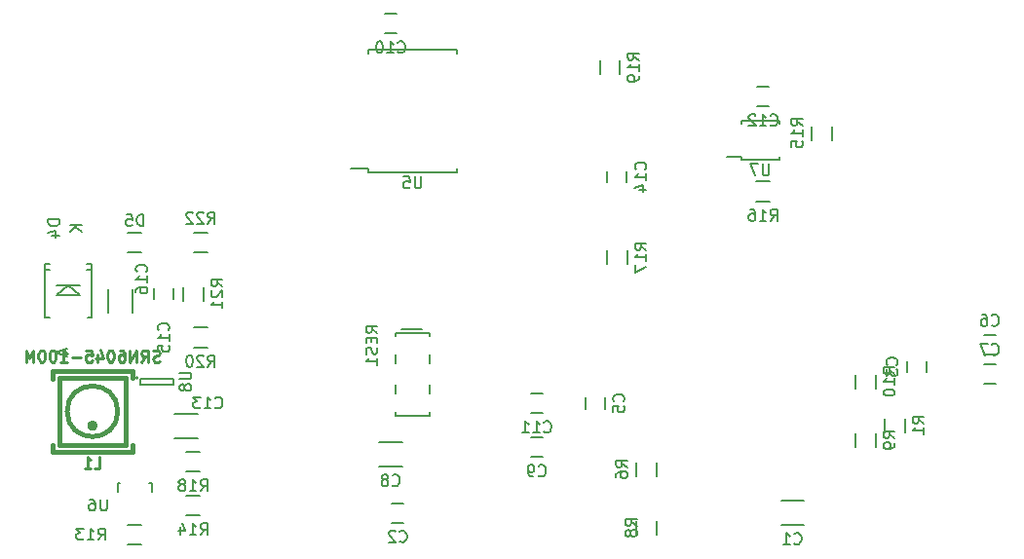
<source format=gbo>
G04 #@! TF.FileFunction,Legend,Bot*
%FSLAX46Y46*%
G04 Gerber Fmt 4.6, Leading zero omitted, Abs format (unit mm)*
G04 Created by KiCad (PCBNEW (2015-08-05 BZR 6055, Git fa29c62)-product) date 8/14/2015 8:31:27 AM*
%MOMM*%
G01*
G04 APERTURE LIST*
%ADD10C,0.100000*%
%ADD11C,0.150000*%
%ADD12C,0.381000*%
%ADD13C,0.250190*%
%ADD14C,0.250000*%
G04 APERTURE END LIST*
D10*
D11*
X157210000Y-101795000D02*
X155210000Y-101795000D01*
X155210000Y-103945000D02*
X157210000Y-103945000D01*
X122420000Y-103720000D02*
X121420000Y-103720000D01*
X121420000Y-102020000D02*
X122420000Y-102020000D01*
X166155000Y-90670000D02*
X166155000Y-89670000D01*
X167855000Y-89670000D02*
X167855000Y-90670000D01*
X139915000Y-92845000D02*
X139915000Y-93845000D01*
X138215000Y-93845000D02*
X138215000Y-92845000D01*
X172855000Y-87415000D02*
X173855000Y-87415000D01*
X173855000Y-89115000D02*
X172855000Y-89115000D01*
X172855000Y-89955000D02*
X173855000Y-89955000D01*
X173855000Y-91655000D02*
X172855000Y-91655000D01*
X122285000Y-96715000D02*
X120285000Y-96715000D01*
X120285000Y-98865000D02*
X122285000Y-98865000D01*
X134485000Y-98005000D02*
X133485000Y-98005000D01*
X133485000Y-96305000D02*
X134485000Y-96305000D01*
X121785000Y-61175000D02*
X120785000Y-61175000D01*
X120785000Y-59475000D02*
X121785000Y-59475000D01*
X134485000Y-94195000D02*
X133485000Y-94195000D01*
X133485000Y-92495000D02*
X134485000Y-92495000D01*
X154170000Y-67525000D02*
X153170000Y-67525000D01*
X153170000Y-65825000D02*
X154170000Y-65825000D01*
X102505000Y-96388500D02*
X104505000Y-96388500D01*
X104505000Y-94238500D02*
X102505000Y-94238500D01*
X141820000Y-73160000D02*
X141820000Y-74160000D01*
X140120000Y-74160000D02*
X140120000Y-73160000D01*
X100750000Y-84320000D02*
X100750000Y-83320000D01*
X102450000Y-83320000D02*
X102450000Y-84320000D01*
X96715000Y-83455000D02*
X96715000Y-85455000D01*
X98865000Y-85455000D02*
X98865000Y-83455000D01*
X93281500Y-83116420D02*
X92280740Y-83964780D01*
X92280740Y-83964780D02*
X94282260Y-83964780D01*
X94282260Y-83964780D02*
X93281500Y-83116420D01*
X93281500Y-83116420D02*
X94282260Y-83116420D01*
X93281500Y-83116420D02*
X92280740Y-83116420D01*
X95081500Y-81259680D02*
X94881700Y-81259680D01*
X95081500Y-81716720D02*
X94882500Y-81716720D01*
X95081500Y-85867240D02*
X94932500Y-85867240D01*
X91481500Y-81264760D02*
X91630500Y-81264760D01*
X91481500Y-81716720D02*
X91630500Y-81716720D01*
X91481500Y-85867240D02*
X91630500Y-85867240D01*
X95230480Y-81716720D02*
X95032360Y-81716720D01*
X91282520Y-81716720D02*
X91480640Y-81716720D01*
X95277940Y-85862160D02*
X95079820Y-85862160D01*
X95277940Y-81259680D02*
X95277940Y-85862160D01*
X95277940Y-81259680D02*
X95079820Y-81259680D01*
X91282520Y-81264760D02*
X91480640Y-81264760D01*
X91282520Y-81264760D02*
X91282520Y-85867240D01*
X91282520Y-85867240D02*
X91480640Y-85867240D01*
X99660000Y-78500000D02*
X98460000Y-78500000D01*
X98460000Y-80250000D02*
X99660000Y-80250000D01*
D12*
X91876880Y-91244420D02*
X91876880Y-90543380D01*
X91876880Y-90543380D02*
X98877120Y-90543380D01*
X98877120Y-90543380D02*
X98877120Y-91142820D01*
X91876880Y-96944180D02*
X91876880Y-97543620D01*
X91876880Y-97543620D02*
X98877120Y-97543620D01*
X98877120Y-97543620D02*
X98877120Y-96944180D01*
X91876880Y-96944180D02*
X91876880Y-97444560D01*
X97576640Y-94043500D02*
G75*
G03X97576640Y-94043500I-2199640J0D01*
G01*
X92476320Y-96944180D02*
X98277680Y-96944180D01*
X98277680Y-96944180D02*
X98277680Y-91142820D01*
X98277680Y-91142820D02*
X92476320Y-91142820D01*
X92476320Y-91142820D02*
X92476320Y-96944180D01*
X95625920Y-95293180D02*
G75*
G03X95625920Y-95293180I-248920J0D01*
G01*
D11*
X164225000Y-94650000D02*
X164225000Y-95850000D01*
X165975000Y-95850000D02*
X165975000Y-94650000D01*
X144385000Y-99660000D02*
X144385000Y-98460000D01*
X142635000Y-98460000D02*
X142635000Y-99660000D01*
X144385000Y-104740000D02*
X144385000Y-103540000D01*
X142635000Y-103540000D02*
X142635000Y-104740000D01*
X161685000Y-95920000D02*
X161685000Y-97120000D01*
X163435000Y-97120000D02*
X163435000Y-95920000D01*
X161685000Y-90840000D02*
X161685000Y-92040000D01*
X163435000Y-92040000D02*
X163435000Y-90840000D01*
X99660000Y-103900000D02*
X98460000Y-103900000D01*
X98460000Y-105650000D02*
X99660000Y-105650000D01*
X104740000Y-101360000D02*
X103540000Y-101360000D01*
X103540000Y-103110000D02*
X104740000Y-103110000D01*
X159625000Y-70450000D02*
X159625000Y-69250000D01*
X157875000Y-69250000D02*
X157875000Y-70450000D01*
X154270000Y-74055000D02*
X153070000Y-74055000D01*
X153070000Y-75805000D02*
X154270000Y-75805000D01*
X140095000Y-80045000D02*
X140095000Y-81245000D01*
X141845000Y-81245000D02*
X141845000Y-80045000D01*
X104740000Y-97550000D02*
X103540000Y-97550000D01*
X103540000Y-99300000D02*
X104740000Y-99300000D01*
X139460000Y-63535000D02*
X139460000Y-64735000D01*
X141210000Y-64735000D02*
X141210000Y-63535000D01*
X105375000Y-86755000D02*
X104175000Y-86755000D01*
X104175000Y-88505000D02*
X105375000Y-88505000D01*
X103265000Y-83220000D02*
X103265000Y-84420000D01*
X105015000Y-84420000D02*
X105015000Y-83220000D01*
X104175000Y-80250000D02*
X105375000Y-80250000D01*
X105375000Y-78500000D02*
X104175000Y-78500000D01*
X122190000Y-86905000D02*
X123990000Y-86905000D01*
X121690000Y-87505000D02*
X121690000Y-87205000D01*
X121690000Y-89905000D02*
X121690000Y-89105000D01*
X121690000Y-92505000D02*
X121690000Y-91705000D01*
X121690000Y-94405000D02*
X121690000Y-94105000D01*
X124690000Y-94105000D02*
X124690000Y-94405000D01*
X124690000Y-91705000D02*
X124690000Y-92505000D01*
X124690000Y-89105000D02*
X124690000Y-89905000D01*
X124690000Y-87205000D02*
X124690000Y-87505000D01*
X121690000Y-94405000D02*
X124690000Y-94405000D01*
X121690000Y-87205000D02*
X124690000Y-87205000D01*
X119315000Y-73270000D02*
X119315000Y-72915000D01*
X127065000Y-73270000D02*
X127065000Y-72915000D01*
X127065000Y-62620000D02*
X127065000Y-62975000D01*
X119315000Y-62620000D02*
X119315000Y-62975000D01*
X119315000Y-73270000D02*
X127065000Y-73270000D01*
X119315000Y-62620000D02*
X127065000Y-62620000D01*
X119315000Y-72915000D02*
X117790000Y-72915000D01*
X100559820Y-101015800D02*
X100559820Y-100314760D01*
X100559820Y-100314760D02*
X100310900Y-100314760D01*
X97760840Y-100314760D02*
X97560180Y-100314760D01*
X97560180Y-100314760D02*
X97560180Y-101015800D01*
X151741000Y-72160000D02*
X151741000Y-71910000D01*
X155091000Y-72160000D02*
X155091000Y-71910000D01*
X155091000Y-68810000D02*
X155091000Y-69060000D01*
X151741000Y-68810000D02*
X151741000Y-69060000D01*
X151741000Y-72160000D02*
X155091000Y-72160000D01*
X151741000Y-68810000D02*
X155091000Y-68810000D01*
X151741000Y-71910000D02*
X150491000Y-71910000D01*
X99365000Y-91140000D02*
G75*
G03X99365000Y-91140000I-100000J0D01*
G01*
X99515000Y-91690000D02*
X99515000Y-91190000D01*
X102415000Y-91690000D02*
X99515000Y-91690000D01*
X102415000Y-91190000D02*
X102415000Y-91690000D01*
X99515000Y-91190000D02*
X102415000Y-91190000D01*
X156376666Y-105527143D02*
X156424285Y-105574762D01*
X156567142Y-105622381D01*
X156662380Y-105622381D01*
X156805238Y-105574762D01*
X156900476Y-105479524D01*
X156948095Y-105384286D01*
X156995714Y-105193810D01*
X156995714Y-105050952D01*
X156948095Y-104860476D01*
X156900476Y-104765238D01*
X156805238Y-104670000D01*
X156662380Y-104622381D01*
X156567142Y-104622381D01*
X156424285Y-104670000D01*
X156376666Y-104717619D01*
X155424285Y-105622381D02*
X155995714Y-105622381D01*
X155710000Y-105622381D02*
X155710000Y-104622381D01*
X155805238Y-104765238D01*
X155900476Y-104860476D01*
X155995714Y-104908095D01*
X122086666Y-105327143D02*
X122134285Y-105374762D01*
X122277142Y-105422381D01*
X122372380Y-105422381D01*
X122515238Y-105374762D01*
X122610476Y-105279524D01*
X122658095Y-105184286D01*
X122705714Y-104993810D01*
X122705714Y-104850952D01*
X122658095Y-104660476D01*
X122610476Y-104565238D01*
X122515238Y-104470000D01*
X122372380Y-104422381D01*
X122277142Y-104422381D01*
X122134285Y-104470000D01*
X122086666Y-104517619D01*
X121705714Y-104517619D02*
X121658095Y-104470000D01*
X121562857Y-104422381D01*
X121324761Y-104422381D01*
X121229523Y-104470000D01*
X121181904Y-104517619D01*
X121134285Y-104612857D01*
X121134285Y-104708095D01*
X121181904Y-104850952D01*
X121753333Y-105422381D01*
X121134285Y-105422381D01*
X165262143Y-90003334D02*
X165309762Y-89955715D01*
X165357381Y-89812858D01*
X165357381Y-89717620D01*
X165309762Y-89574762D01*
X165214524Y-89479524D01*
X165119286Y-89431905D01*
X164928810Y-89384286D01*
X164785952Y-89384286D01*
X164595476Y-89431905D01*
X164500238Y-89479524D01*
X164405000Y-89574762D01*
X164357381Y-89717620D01*
X164357381Y-89812858D01*
X164405000Y-89955715D01*
X164452619Y-90003334D01*
X164357381Y-90336667D02*
X164357381Y-90955715D01*
X164738333Y-90622381D01*
X164738333Y-90765239D01*
X164785952Y-90860477D01*
X164833571Y-90908096D01*
X164928810Y-90955715D01*
X165166905Y-90955715D01*
X165262143Y-90908096D01*
X165309762Y-90860477D01*
X165357381Y-90765239D01*
X165357381Y-90479524D01*
X165309762Y-90384286D01*
X165262143Y-90336667D01*
X141522143Y-93178334D02*
X141569762Y-93130715D01*
X141617381Y-92987858D01*
X141617381Y-92892620D01*
X141569762Y-92749762D01*
X141474524Y-92654524D01*
X141379286Y-92606905D01*
X141188810Y-92559286D01*
X141045952Y-92559286D01*
X140855476Y-92606905D01*
X140760238Y-92654524D01*
X140665000Y-92749762D01*
X140617381Y-92892620D01*
X140617381Y-92987858D01*
X140665000Y-93130715D01*
X140712619Y-93178334D01*
X140617381Y-94083096D02*
X140617381Y-93606905D01*
X141093571Y-93559286D01*
X141045952Y-93606905D01*
X140998333Y-93702143D01*
X140998333Y-93940239D01*
X141045952Y-94035477D01*
X141093571Y-94083096D01*
X141188810Y-94130715D01*
X141426905Y-94130715D01*
X141522143Y-94083096D01*
X141569762Y-94035477D01*
X141617381Y-93940239D01*
X141617381Y-93702143D01*
X141569762Y-93606905D01*
X141522143Y-93559286D01*
X173521666Y-86522143D02*
X173569285Y-86569762D01*
X173712142Y-86617381D01*
X173807380Y-86617381D01*
X173950238Y-86569762D01*
X174045476Y-86474524D01*
X174093095Y-86379286D01*
X174140714Y-86188810D01*
X174140714Y-86045952D01*
X174093095Y-85855476D01*
X174045476Y-85760238D01*
X173950238Y-85665000D01*
X173807380Y-85617381D01*
X173712142Y-85617381D01*
X173569285Y-85665000D01*
X173521666Y-85712619D01*
X172664523Y-85617381D02*
X172855000Y-85617381D01*
X172950238Y-85665000D01*
X172997857Y-85712619D01*
X173093095Y-85855476D01*
X173140714Y-86045952D01*
X173140714Y-86426905D01*
X173093095Y-86522143D01*
X173045476Y-86569762D01*
X172950238Y-86617381D01*
X172759761Y-86617381D01*
X172664523Y-86569762D01*
X172616904Y-86522143D01*
X172569285Y-86426905D01*
X172569285Y-86188810D01*
X172616904Y-86093571D01*
X172664523Y-86045952D01*
X172759761Y-85998333D01*
X172950238Y-85998333D01*
X173045476Y-86045952D01*
X173093095Y-86093571D01*
X173140714Y-86188810D01*
X173521666Y-89062143D02*
X173569285Y-89109762D01*
X173712142Y-89157381D01*
X173807380Y-89157381D01*
X173950238Y-89109762D01*
X174045476Y-89014524D01*
X174093095Y-88919286D01*
X174140714Y-88728810D01*
X174140714Y-88585952D01*
X174093095Y-88395476D01*
X174045476Y-88300238D01*
X173950238Y-88205000D01*
X173807380Y-88157381D01*
X173712142Y-88157381D01*
X173569285Y-88205000D01*
X173521666Y-88252619D01*
X173188333Y-88157381D02*
X172521666Y-88157381D01*
X172950238Y-89157381D01*
X121451666Y-100447143D02*
X121499285Y-100494762D01*
X121642142Y-100542381D01*
X121737380Y-100542381D01*
X121880238Y-100494762D01*
X121975476Y-100399524D01*
X122023095Y-100304286D01*
X122070714Y-100113810D01*
X122070714Y-99970952D01*
X122023095Y-99780476D01*
X121975476Y-99685238D01*
X121880238Y-99590000D01*
X121737380Y-99542381D01*
X121642142Y-99542381D01*
X121499285Y-99590000D01*
X121451666Y-99637619D01*
X120880238Y-99970952D02*
X120975476Y-99923333D01*
X121023095Y-99875714D01*
X121070714Y-99780476D01*
X121070714Y-99732857D01*
X121023095Y-99637619D01*
X120975476Y-99590000D01*
X120880238Y-99542381D01*
X120689761Y-99542381D01*
X120594523Y-99590000D01*
X120546904Y-99637619D01*
X120499285Y-99732857D01*
X120499285Y-99780476D01*
X120546904Y-99875714D01*
X120594523Y-99923333D01*
X120689761Y-99970952D01*
X120880238Y-99970952D01*
X120975476Y-100018571D01*
X121023095Y-100066190D01*
X121070714Y-100161429D01*
X121070714Y-100351905D01*
X121023095Y-100447143D01*
X120975476Y-100494762D01*
X120880238Y-100542381D01*
X120689761Y-100542381D01*
X120594523Y-100494762D01*
X120546904Y-100447143D01*
X120499285Y-100351905D01*
X120499285Y-100161429D01*
X120546904Y-100066190D01*
X120594523Y-100018571D01*
X120689761Y-99970952D01*
X134151666Y-99612143D02*
X134199285Y-99659762D01*
X134342142Y-99707381D01*
X134437380Y-99707381D01*
X134580238Y-99659762D01*
X134675476Y-99564524D01*
X134723095Y-99469286D01*
X134770714Y-99278810D01*
X134770714Y-99135952D01*
X134723095Y-98945476D01*
X134675476Y-98850238D01*
X134580238Y-98755000D01*
X134437380Y-98707381D01*
X134342142Y-98707381D01*
X134199285Y-98755000D01*
X134151666Y-98802619D01*
X133675476Y-99707381D02*
X133485000Y-99707381D01*
X133389761Y-99659762D01*
X133342142Y-99612143D01*
X133246904Y-99469286D01*
X133199285Y-99278810D01*
X133199285Y-98897857D01*
X133246904Y-98802619D01*
X133294523Y-98755000D01*
X133389761Y-98707381D01*
X133580238Y-98707381D01*
X133675476Y-98755000D01*
X133723095Y-98802619D01*
X133770714Y-98897857D01*
X133770714Y-99135952D01*
X133723095Y-99231190D01*
X133675476Y-99278810D01*
X133580238Y-99326429D01*
X133389761Y-99326429D01*
X133294523Y-99278810D01*
X133246904Y-99231190D01*
X133199285Y-99135952D01*
X121927857Y-62782143D02*
X121975476Y-62829762D01*
X122118333Y-62877381D01*
X122213571Y-62877381D01*
X122356429Y-62829762D01*
X122451667Y-62734524D01*
X122499286Y-62639286D01*
X122546905Y-62448810D01*
X122546905Y-62305952D01*
X122499286Y-62115476D01*
X122451667Y-62020238D01*
X122356429Y-61925000D01*
X122213571Y-61877381D01*
X122118333Y-61877381D01*
X121975476Y-61925000D01*
X121927857Y-61972619D01*
X120975476Y-62877381D02*
X121546905Y-62877381D01*
X121261191Y-62877381D02*
X121261191Y-61877381D01*
X121356429Y-62020238D01*
X121451667Y-62115476D01*
X121546905Y-62163095D01*
X120356429Y-61877381D02*
X120261190Y-61877381D01*
X120165952Y-61925000D01*
X120118333Y-61972619D01*
X120070714Y-62067857D01*
X120023095Y-62258333D01*
X120023095Y-62496429D01*
X120070714Y-62686905D01*
X120118333Y-62782143D01*
X120165952Y-62829762D01*
X120261190Y-62877381D01*
X120356429Y-62877381D01*
X120451667Y-62829762D01*
X120499286Y-62782143D01*
X120546905Y-62686905D01*
X120594524Y-62496429D01*
X120594524Y-62258333D01*
X120546905Y-62067857D01*
X120499286Y-61972619D01*
X120451667Y-61925000D01*
X120356429Y-61877381D01*
X134627857Y-95802143D02*
X134675476Y-95849762D01*
X134818333Y-95897381D01*
X134913571Y-95897381D01*
X135056429Y-95849762D01*
X135151667Y-95754524D01*
X135199286Y-95659286D01*
X135246905Y-95468810D01*
X135246905Y-95325952D01*
X135199286Y-95135476D01*
X135151667Y-95040238D01*
X135056429Y-94945000D01*
X134913571Y-94897381D01*
X134818333Y-94897381D01*
X134675476Y-94945000D01*
X134627857Y-94992619D01*
X133675476Y-95897381D02*
X134246905Y-95897381D01*
X133961191Y-95897381D02*
X133961191Y-94897381D01*
X134056429Y-95040238D01*
X134151667Y-95135476D01*
X134246905Y-95183095D01*
X132723095Y-95897381D02*
X133294524Y-95897381D01*
X133008810Y-95897381D02*
X133008810Y-94897381D01*
X133104048Y-95040238D01*
X133199286Y-95135476D01*
X133294524Y-95183095D01*
X154312857Y-69132143D02*
X154360476Y-69179762D01*
X154503333Y-69227381D01*
X154598571Y-69227381D01*
X154741429Y-69179762D01*
X154836667Y-69084524D01*
X154884286Y-68989286D01*
X154931905Y-68798810D01*
X154931905Y-68655952D01*
X154884286Y-68465476D01*
X154836667Y-68370238D01*
X154741429Y-68275000D01*
X154598571Y-68227381D01*
X154503333Y-68227381D01*
X154360476Y-68275000D01*
X154312857Y-68322619D01*
X153360476Y-69227381D02*
X153931905Y-69227381D01*
X153646191Y-69227381D02*
X153646191Y-68227381D01*
X153741429Y-68370238D01*
X153836667Y-68465476D01*
X153931905Y-68513095D01*
X152979524Y-68322619D02*
X152931905Y-68275000D01*
X152836667Y-68227381D01*
X152598571Y-68227381D01*
X152503333Y-68275000D01*
X152455714Y-68322619D01*
X152408095Y-68417857D01*
X152408095Y-68513095D01*
X152455714Y-68655952D01*
X153027143Y-69227381D01*
X152408095Y-69227381D01*
X106052857Y-93702143D02*
X106100476Y-93749762D01*
X106243333Y-93797381D01*
X106338571Y-93797381D01*
X106481429Y-93749762D01*
X106576667Y-93654524D01*
X106624286Y-93559286D01*
X106671905Y-93368810D01*
X106671905Y-93225952D01*
X106624286Y-93035476D01*
X106576667Y-92940238D01*
X106481429Y-92845000D01*
X106338571Y-92797381D01*
X106243333Y-92797381D01*
X106100476Y-92845000D01*
X106052857Y-92892619D01*
X105100476Y-93797381D02*
X105671905Y-93797381D01*
X105386191Y-93797381D02*
X105386191Y-92797381D01*
X105481429Y-92940238D01*
X105576667Y-93035476D01*
X105671905Y-93083095D01*
X104767143Y-92797381D02*
X104148095Y-92797381D01*
X104481429Y-93178333D01*
X104338571Y-93178333D01*
X104243333Y-93225952D01*
X104195714Y-93273571D01*
X104148095Y-93368810D01*
X104148095Y-93606905D01*
X104195714Y-93702143D01*
X104243333Y-93749762D01*
X104338571Y-93797381D01*
X104624286Y-93797381D01*
X104719524Y-93749762D01*
X104767143Y-93702143D01*
X143427143Y-73017143D02*
X143474762Y-72969524D01*
X143522381Y-72826667D01*
X143522381Y-72731429D01*
X143474762Y-72588571D01*
X143379524Y-72493333D01*
X143284286Y-72445714D01*
X143093810Y-72398095D01*
X142950952Y-72398095D01*
X142760476Y-72445714D01*
X142665238Y-72493333D01*
X142570000Y-72588571D01*
X142522381Y-72731429D01*
X142522381Y-72826667D01*
X142570000Y-72969524D01*
X142617619Y-73017143D01*
X143522381Y-73969524D02*
X143522381Y-73398095D01*
X143522381Y-73683809D02*
X142522381Y-73683809D01*
X142665238Y-73588571D01*
X142760476Y-73493333D01*
X142808095Y-73398095D01*
X142855714Y-74826667D02*
X143522381Y-74826667D01*
X142474762Y-74588571D02*
X143189048Y-74350476D01*
X143189048Y-74969524D01*
X101957143Y-86987143D02*
X102004762Y-86939524D01*
X102052381Y-86796667D01*
X102052381Y-86701429D01*
X102004762Y-86558571D01*
X101909524Y-86463333D01*
X101814286Y-86415714D01*
X101623810Y-86368095D01*
X101480952Y-86368095D01*
X101290476Y-86415714D01*
X101195238Y-86463333D01*
X101100000Y-86558571D01*
X101052381Y-86701429D01*
X101052381Y-86796667D01*
X101100000Y-86939524D01*
X101147619Y-86987143D01*
X102052381Y-87939524D02*
X102052381Y-87368095D01*
X102052381Y-87653809D02*
X101052381Y-87653809D01*
X101195238Y-87558571D01*
X101290476Y-87463333D01*
X101338095Y-87368095D01*
X101052381Y-88844286D02*
X101052381Y-88368095D01*
X101528571Y-88320476D01*
X101480952Y-88368095D01*
X101433333Y-88463333D01*
X101433333Y-88701429D01*
X101480952Y-88796667D01*
X101528571Y-88844286D01*
X101623810Y-88891905D01*
X101861905Y-88891905D01*
X101957143Y-88844286D01*
X102004762Y-88796667D01*
X102052381Y-88701429D01*
X102052381Y-88463333D01*
X102004762Y-88368095D01*
X101957143Y-88320476D01*
X100052143Y-81907143D02*
X100099762Y-81859524D01*
X100147381Y-81716667D01*
X100147381Y-81621429D01*
X100099762Y-81478571D01*
X100004524Y-81383333D01*
X99909286Y-81335714D01*
X99718810Y-81288095D01*
X99575952Y-81288095D01*
X99385476Y-81335714D01*
X99290238Y-81383333D01*
X99195000Y-81478571D01*
X99147381Y-81621429D01*
X99147381Y-81716667D01*
X99195000Y-81859524D01*
X99242619Y-81907143D01*
X100147381Y-82859524D02*
X100147381Y-82288095D01*
X100147381Y-82573809D02*
X99147381Y-82573809D01*
X99290238Y-82478571D01*
X99385476Y-82383333D01*
X99433095Y-82288095D01*
X99147381Y-83716667D02*
X99147381Y-83526190D01*
X99195000Y-83430952D01*
X99242619Y-83383333D01*
X99385476Y-83288095D01*
X99575952Y-83240476D01*
X99956905Y-83240476D01*
X100052143Y-83288095D01*
X100099762Y-83335714D01*
X100147381Y-83430952D01*
X100147381Y-83621429D01*
X100099762Y-83716667D01*
X100052143Y-83764286D01*
X99956905Y-83811905D01*
X99718810Y-83811905D01*
X99623571Y-83764286D01*
X99575952Y-83716667D01*
X99528333Y-83621429D01*
X99528333Y-83430952D01*
X99575952Y-83335714D01*
X99623571Y-83288095D01*
X99718810Y-83240476D01*
X92527381Y-77366905D02*
X91527381Y-77366905D01*
X91527381Y-77605000D01*
X91575000Y-77747858D01*
X91670238Y-77843096D01*
X91765476Y-77890715D01*
X91955952Y-77938334D01*
X92098810Y-77938334D01*
X92289286Y-77890715D01*
X92384524Y-77843096D01*
X92479762Y-77747858D01*
X92527381Y-77605000D01*
X92527381Y-77366905D01*
X91860714Y-78795477D02*
X92527381Y-78795477D01*
X91479762Y-78557381D02*
X92194048Y-78319286D01*
X92194048Y-78938334D01*
X94432381Y-77843095D02*
X93432381Y-77843095D01*
X94432381Y-78414524D02*
X93860952Y-77985952D01*
X93432381Y-78414524D02*
X94003810Y-77843095D01*
X92876667Y-88661905D02*
X92876667Y-89138096D01*
X93162381Y-88566667D02*
X92162381Y-88900000D01*
X93162381Y-89233334D01*
X99798095Y-77922381D02*
X99798095Y-76922381D01*
X99560000Y-76922381D01*
X99417142Y-76970000D01*
X99321904Y-77065238D01*
X99274285Y-77160476D01*
X99226666Y-77350952D01*
X99226666Y-77493810D01*
X99274285Y-77684286D01*
X99321904Y-77779524D01*
X99417142Y-77874762D01*
X99560000Y-77922381D01*
X99798095Y-77922381D01*
X98321904Y-76922381D02*
X98798095Y-76922381D01*
X98845714Y-77398571D01*
X98798095Y-77350952D01*
X98702857Y-77303333D01*
X98464761Y-77303333D01*
X98369523Y-77350952D01*
X98321904Y-77398571D01*
X98274285Y-77493810D01*
X98274285Y-77731905D01*
X98321904Y-77827143D01*
X98369523Y-77874762D01*
X98464761Y-77922381D01*
X98702857Y-77922381D01*
X98798095Y-77874762D01*
X98845714Y-77827143D01*
D13*
X95543793Y-98997105D02*
X96020346Y-98997105D01*
X96020346Y-97996345D01*
X94685999Y-98997105D02*
X95257862Y-98997105D01*
X94971931Y-98997105D02*
X94971931Y-97996345D01*
X95067241Y-98139310D01*
X95162552Y-98234621D01*
X95257862Y-98282276D01*
D14*
X101210333Y-89698462D02*
X101067476Y-89746081D01*
X100829380Y-89746081D01*
X100734142Y-89698462D01*
X100686523Y-89650843D01*
X100638904Y-89555605D01*
X100638904Y-89460367D01*
X100686523Y-89365129D01*
X100734142Y-89317510D01*
X100829380Y-89269890D01*
X101019857Y-89222271D01*
X101115095Y-89174652D01*
X101162714Y-89127033D01*
X101210333Y-89031795D01*
X101210333Y-88936557D01*
X101162714Y-88841319D01*
X101115095Y-88793700D01*
X101019857Y-88746081D01*
X100781761Y-88746081D01*
X100638904Y-88793700D01*
X99638904Y-89746081D02*
X99972238Y-89269890D01*
X100210333Y-89746081D02*
X100210333Y-88746081D01*
X99829380Y-88746081D01*
X99734142Y-88793700D01*
X99686523Y-88841319D01*
X99638904Y-88936557D01*
X99638904Y-89079414D01*
X99686523Y-89174652D01*
X99734142Y-89222271D01*
X99829380Y-89269890D01*
X100210333Y-89269890D01*
X99210333Y-89746081D02*
X99210333Y-88746081D01*
X98638904Y-89746081D01*
X98638904Y-88746081D01*
X97734142Y-88746081D02*
X97924619Y-88746081D01*
X98019857Y-88793700D01*
X98067476Y-88841319D01*
X98162714Y-88984176D01*
X98210333Y-89174652D01*
X98210333Y-89555605D01*
X98162714Y-89650843D01*
X98115095Y-89698462D01*
X98019857Y-89746081D01*
X97829380Y-89746081D01*
X97734142Y-89698462D01*
X97686523Y-89650843D01*
X97638904Y-89555605D01*
X97638904Y-89317510D01*
X97686523Y-89222271D01*
X97734142Y-89174652D01*
X97829380Y-89127033D01*
X98019857Y-89127033D01*
X98115095Y-89174652D01*
X98162714Y-89222271D01*
X98210333Y-89317510D01*
X97019857Y-88746081D02*
X96924618Y-88746081D01*
X96829380Y-88793700D01*
X96781761Y-88841319D01*
X96734142Y-88936557D01*
X96686523Y-89127033D01*
X96686523Y-89365129D01*
X96734142Y-89555605D01*
X96781761Y-89650843D01*
X96829380Y-89698462D01*
X96924618Y-89746081D01*
X97019857Y-89746081D01*
X97115095Y-89698462D01*
X97162714Y-89650843D01*
X97210333Y-89555605D01*
X97257952Y-89365129D01*
X97257952Y-89127033D01*
X97210333Y-88936557D01*
X97162714Y-88841319D01*
X97115095Y-88793700D01*
X97019857Y-88746081D01*
X95829380Y-89079414D02*
X95829380Y-89746081D01*
X96067476Y-88698462D02*
X96305571Y-89412748D01*
X95686523Y-89412748D01*
X94829380Y-88746081D02*
X95305571Y-88746081D01*
X95353190Y-89222271D01*
X95305571Y-89174652D01*
X95210333Y-89127033D01*
X94972237Y-89127033D01*
X94876999Y-89174652D01*
X94829380Y-89222271D01*
X94781761Y-89317510D01*
X94781761Y-89555605D01*
X94829380Y-89650843D01*
X94876999Y-89698462D01*
X94972237Y-89746081D01*
X95210333Y-89746081D01*
X95305571Y-89698462D01*
X95353190Y-89650843D01*
X94353190Y-89365129D02*
X93591285Y-89365129D01*
X92591285Y-89746081D02*
X93162714Y-89746081D01*
X92877000Y-89746081D02*
X92877000Y-88746081D01*
X92972238Y-88888938D01*
X93067476Y-88984176D01*
X93162714Y-89031795D01*
X91972238Y-88746081D02*
X91876999Y-88746081D01*
X91781761Y-88793700D01*
X91734142Y-88841319D01*
X91686523Y-88936557D01*
X91638904Y-89127033D01*
X91638904Y-89365129D01*
X91686523Y-89555605D01*
X91734142Y-89650843D01*
X91781761Y-89698462D01*
X91876999Y-89746081D01*
X91972238Y-89746081D01*
X92067476Y-89698462D01*
X92115095Y-89650843D01*
X92162714Y-89555605D01*
X92210333Y-89365129D01*
X92210333Y-89127033D01*
X92162714Y-88936557D01*
X92115095Y-88841319D01*
X92067476Y-88793700D01*
X91972238Y-88746081D01*
X91019857Y-88746081D02*
X90924618Y-88746081D01*
X90829380Y-88793700D01*
X90781761Y-88841319D01*
X90734142Y-88936557D01*
X90686523Y-89127033D01*
X90686523Y-89365129D01*
X90734142Y-89555605D01*
X90781761Y-89650843D01*
X90829380Y-89698462D01*
X90924618Y-89746081D01*
X91019857Y-89746081D01*
X91115095Y-89698462D01*
X91162714Y-89650843D01*
X91210333Y-89555605D01*
X91257952Y-89365129D01*
X91257952Y-89127033D01*
X91210333Y-88936557D01*
X91162714Y-88841319D01*
X91115095Y-88793700D01*
X91019857Y-88746081D01*
X90257952Y-89746081D02*
X90257952Y-88746081D01*
X89924618Y-89460367D01*
X89591285Y-88746081D01*
X89591285Y-89746081D01*
D11*
X167652381Y-95083334D02*
X167176190Y-94750000D01*
X167652381Y-94511905D02*
X166652381Y-94511905D01*
X166652381Y-94892858D01*
X166700000Y-94988096D01*
X166747619Y-95035715D01*
X166842857Y-95083334D01*
X166985714Y-95083334D01*
X167080952Y-95035715D01*
X167128571Y-94988096D01*
X167176190Y-94892858D01*
X167176190Y-94511905D01*
X167652381Y-96035715D02*
X167652381Y-95464286D01*
X167652381Y-95750000D02*
X166652381Y-95750000D01*
X166795238Y-95654762D01*
X166890476Y-95559524D01*
X166938095Y-95464286D01*
X141862381Y-98893334D02*
X141386190Y-98560000D01*
X141862381Y-98321905D02*
X140862381Y-98321905D01*
X140862381Y-98702858D01*
X140910000Y-98798096D01*
X140957619Y-98845715D01*
X141052857Y-98893334D01*
X141195714Y-98893334D01*
X141290952Y-98845715D01*
X141338571Y-98798096D01*
X141386190Y-98702858D01*
X141386190Y-98321905D01*
X140862381Y-99750477D02*
X140862381Y-99560000D01*
X140910000Y-99464762D01*
X140957619Y-99417143D01*
X141100476Y-99321905D01*
X141290952Y-99274286D01*
X141671905Y-99274286D01*
X141767143Y-99321905D01*
X141814762Y-99369524D01*
X141862381Y-99464762D01*
X141862381Y-99655239D01*
X141814762Y-99750477D01*
X141767143Y-99798096D01*
X141671905Y-99845715D01*
X141433810Y-99845715D01*
X141338571Y-99798096D01*
X141290952Y-99750477D01*
X141243333Y-99655239D01*
X141243333Y-99464762D01*
X141290952Y-99369524D01*
X141338571Y-99321905D01*
X141433810Y-99274286D01*
X142692381Y-103973334D02*
X142216190Y-103640000D01*
X142692381Y-103401905D02*
X141692381Y-103401905D01*
X141692381Y-103782858D01*
X141740000Y-103878096D01*
X141787619Y-103925715D01*
X141882857Y-103973334D01*
X142025714Y-103973334D01*
X142120952Y-103925715D01*
X142168571Y-103878096D01*
X142216190Y-103782858D01*
X142216190Y-103401905D01*
X142120952Y-104544762D02*
X142073333Y-104449524D01*
X142025714Y-104401905D01*
X141930476Y-104354286D01*
X141882857Y-104354286D01*
X141787619Y-104401905D01*
X141740000Y-104449524D01*
X141692381Y-104544762D01*
X141692381Y-104735239D01*
X141740000Y-104830477D01*
X141787619Y-104878096D01*
X141882857Y-104925715D01*
X141930476Y-104925715D01*
X142025714Y-104878096D01*
X142073333Y-104830477D01*
X142120952Y-104735239D01*
X142120952Y-104544762D01*
X142168571Y-104449524D01*
X142216190Y-104401905D01*
X142311429Y-104354286D01*
X142501905Y-104354286D01*
X142597143Y-104401905D01*
X142644762Y-104449524D01*
X142692381Y-104544762D01*
X142692381Y-104735239D01*
X142644762Y-104830477D01*
X142597143Y-104878096D01*
X142501905Y-104925715D01*
X142311429Y-104925715D01*
X142216190Y-104878096D01*
X142168571Y-104830477D01*
X142120952Y-104735239D01*
X165112381Y-96353334D02*
X164636190Y-96020000D01*
X165112381Y-95781905D02*
X164112381Y-95781905D01*
X164112381Y-96162858D01*
X164160000Y-96258096D01*
X164207619Y-96305715D01*
X164302857Y-96353334D01*
X164445714Y-96353334D01*
X164540952Y-96305715D01*
X164588571Y-96258096D01*
X164636190Y-96162858D01*
X164636190Y-95781905D01*
X165112381Y-96829524D02*
X165112381Y-97020000D01*
X165064762Y-97115239D01*
X165017143Y-97162858D01*
X164874286Y-97258096D01*
X164683810Y-97305715D01*
X164302857Y-97305715D01*
X164207619Y-97258096D01*
X164160000Y-97210477D01*
X164112381Y-97115239D01*
X164112381Y-96924762D01*
X164160000Y-96829524D01*
X164207619Y-96781905D01*
X164302857Y-96734286D01*
X164540952Y-96734286D01*
X164636190Y-96781905D01*
X164683810Y-96829524D01*
X164731429Y-96924762D01*
X164731429Y-97115239D01*
X164683810Y-97210477D01*
X164636190Y-97258096D01*
X164540952Y-97305715D01*
X165112381Y-90797143D02*
X164636190Y-90463809D01*
X165112381Y-90225714D02*
X164112381Y-90225714D01*
X164112381Y-90606667D01*
X164160000Y-90701905D01*
X164207619Y-90749524D01*
X164302857Y-90797143D01*
X164445714Y-90797143D01*
X164540952Y-90749524D01*
X164588571Y-90701905D01*
X164636190Y-90606667D01*
X164636190Y-90225714D01*
X165112381Y-91749524D02*
X165112381Y-91178095D01*
X165112381Y-91463809D02*
X164112381Y-91463809D01*
X164255238Y-91368571D01*
X164350476Y-91273333D01*
X164398095Y-91178095D01*
X164112381Y-92368571D02*
X164112381Y-92463810D01*
X164160000Y-92559048D01*
X164207619Y-92606667D01*
X164302857Y-92654286D01*
X164493333Y-92701905D01*
X164731429Y-92701905D01*
X164921905Y-92654286D01*
X165017143Y-92606667D01*
X165064762Y-92559048D01*
X165112381Y-92463810D01*
X165112381Y-92368571D01*
X165064762Y-92273333D01*
X165017143Y-92225714D01*
X164921905Y-92178095D01*
X164731429Y-92130476D01*
X164493333Y-92130476D01*
X164302857Y-92178095D01*
X164207619Y-92225714D01*
X164160000Y-92273333D01*
X164112381Y-92368571D01*
X95892857Y-105227381D02*
X96226191Y-104751190D01*
X96464286Y-105227381D02*
X96464286Y-104227381D01*
X96083333Y-104227381D01*
X95988095Y-104275000D01*
X95940476Y-104322619D01*
X95892857Y-104417857D01*
X95892857Y-104560714D01*
X95940476Y-104655952D01*
X95988095Y-104703571D01*
X96083333Y-104751190D01*
X96464286Y-104751190D01*
X94940476Y-105227381D02*
X95511905Y-105227381D01*
X95226191Y-105227381D02*
X95226191Y-104227381D01*
X95321429Y-104370238D01*
X95416667Y-104465476D01*
X95511905Y-104513095D01*
X94607143Y-104227381D02*
X93988095Y-104227381D01*
X94321429Y-104608333D01*
X94178571Y-104608333D01*
X94083333Y-104655952D01*
X94035714Y-104703571D01*
X93988095Y-104798810D01*
X93988095Y-105036905D01*
X94035714Y-105132143D01*
X94083333Y-105179762D01*
X94178571Y-105227381D01*
X94464286Y-105227381D01*
X94559524Y-105179762D01*
X94607143Y-105132143D01*
X104782857Y-104787381D02*
X105116191Y-104311190D01*
X105354286Y-104787381D02*
X105354286Y-103787381D01*
X104973333Y-103787381D01*
X104878095Y-103835000D01*
X104830476Y-103882619D01*
X104782857Y-103977857D01*
X104782857Y-104120714D01*
X104830476Y-104215952D01*
X104878095Y-104263571D01*
X104973333Y-104311190D01*
X105354286Y-104311190D01*
X103830476Y-104787381D02*
X104401905Y-104787381D01*
X104116191Y-104787381D02*
X104116191Y-103787381D01*
X104211429Y-103930238D01*
X104306667Y-104025476D01*
X104401905Y-104073095D01*
X102973333Y-104120714D02*
X102973333Y-104787381D01*
X103211429Y-103739762D02*
X103449524Y-104454048D01*
X102830476Y-104454048D01*
X157102381Y-69207143D02*
X156626190Y-68873809D01*
X157102381Y-68635714D02*
X156102381Y-68635714D01*
X156102381Y-69016667D01*
X156150000Y-69111905D01*
X156197619Y-69159524D01*
X156292857Y-69207143D01*
X156435714Y-69207143D01*
X156530952Y-69159524D01*
X156578571Y-69111905D01*
X156626190Y-69016667D01*
X156626190Y-68635714D01*
X157102381Y-70159524D02*
X157102381Y-69588095D01*
X157102381Y-69873809D02*
X156102381Y-69873809D01*
X156245238Y-69778571D01*
X156340476Y-69683333D01*
X156388095Y-69588095D01*
X156102381Y-71064286D02*
X156102381Y-70588095D01*
X156578571Y-70540476D01*
X156530952Y-70588095D01*
X156483333Y-70683333D01*
X156483333Y-70921429D01*
X156530952Y-71016667D01*
X156578571Y-71064286D01*
X156673810Y-71111905D01*
X156911905Y-71111905D01*
X157007143Y-71064286D01*
X157054762Y-71016667D01*
X157102381Y-70921429D01*
X157102381Y-70683333D01*
X157054762Y-70588095D01*
X157007143Y-70540476D01*
X154312857Y-77482381D02*
X154646191Y-77006190D01*
X154884286Y-77482381D02*
X154884286Y-76482381D01*
X154503333Y-76482381D01*
X154408095Y-76530000D01*
X154360476Y-76577619D01*
X154312857Y-76672857D01*
X154312857Y-76815714D01*
X154360476Y-76910952D01*
X154408095Y-76958571D01*
X154503333Y-77006190D01*
X154884286Y-77006190D01*
X153360476Y-77482381D02*
X153931905Y-77482381D01*
X153646191Y-77482381D02*
X153646191Y-76482381D01*
X153741429Y-76625238D01*
X153836667Y-76720476D01*
X153931905Y-76768095D01*
X152503333Y-76482381D02*
X152693810Y-76482381D01*
X152789048Y-76530000D01*
X152836667Y-76577619D01*
X152931905Y-76720476D01*
X152979524Y-76910952D01*
X152979524Y-77291905D01*
X152931905Y-77387143D01*
X152884286Y-77434762D01*
X152789048Y-77482381D01*
X152598571Y-77482381D01*
X152503333Y-77434762D01*
X152455714Y-77387143D01*
X152408095Y-77291905D01*
X152408095Y-77053810D01*
X152455714Y-76958571D01*
X152503333Y-76910952D01*
X152598571Y-76863333D01*
X152789048Y-76863333D01*
X152884286Y-76910952D01*
X152931905Y-76958571D01*
X152979524Y-77053810D01*
X143522381Y-80002143D02*
X143046190Y-79668809D01*
X143522381Y-79430714D02*
X142522381Y-79430714D01*
X142522381Y-79811667D01*
X142570000Y-79906905D01*
X142617619Y-79954524D01*
X142712857Y-80002143D01*
X142855714Y-80002143D01*
X142950952Y-79954524D01*
X142998571Y-79906905D01*
X143046190Y-79811667D01*
X143046190Y-79430714D01*
X143522381Y-80954524D02*
X143522381Y-80383095D01*
X143522381Y-80668809D02*
X142522381Y-80668809D01*
X142665238Y-80573571D01*
X142760476Y-80478333D01*
X142808095Y-80383095D01*
X142522381Y-81287857D02*
X142522381Y-81954524D01*
X143522381Y-81525952D01*
X104782857Y-100977381D02*
X105116191Y-100501190D01*
X105354286Y-100977381D02*
X105354286Y-99977381D01*
X104973333Y-99977381D01*
X104878095Y-100025000D01*
X104830476Y-100072619D01*
X104782857Y-100167857D01*
X104782857Y-100310714D01*
X104830476Y-100405952D01*
X104878095Y-100453571D01*
X104973333Y-100501190D01*
X105354286Y-100501190D01*
X103830476Y-100977381D02*
X104401905Y-100977381D01*
X104116191Y-100977381D02*
X104116191Y-99977381D01*
X104211429Y-100120238D01*
X104306667Y-100215476D01*
X104401905Y-100263095D01*
X103259048Y-100405952D02*
X103354286Y-100358333D01*
X103401905Y-100310714D01*
X103449524Y-100215476D01*
X103449524Y-100167857D01*
X103401905Y-100072619D01*
X103354286Y-100025000D01*
X103259048Y-99977381D01*
X103068571Y-99977381D01*
X102973333Y-100025000D01*
X102925714Y-100072619D01*
X102878095Y-100167857D01*
X102878095Y-100215476D01*
X102925714Y-100310714D01*
X102973333Y-100358333D01*
X103068571Y-100405952D01*
X103259048Y-100405952D01*
X103354286Y-100453571D01*
X103401905Y-100501190D01*
X103449524Y-100596429D01*
X103449524Y-100786905D01*
X103401905Y-100882143D01*
X103354286Y-100929762D01*
X103259048Y-100977381D01*
X103068571Y-100977381D01*
X102973333Y-100929762D01*
X102925714Y-100882143D01*
X102878095Y-100786905D01*
X102878095Y-100596429D01*
X102925714Y-100501190D01*
X102973333Y-100453571D01*
X103068571Y-100405952D01*
X142887381Y-63492143D02*
X142411190Y-63158809D01*
X142887381Y-62920714D02*
X141887381Y-62920714D01*
X141887381Y-63301667D01*
X141935000Y-63396905D01*
X141982619Y-63444524D01*
X142077857Y-63492143D01*
X142220714Y-63492143D01*
X142315952Y-63444524D01*
X142363571Y-63396905D01*
X142411190Y-63301667D01*
X142411190Y-62920714D01*
X142887381Y-64444524D02*
X142887381Y-63873095D01*
X142887381Y-64158809D02*
X141887381Y-64158809D01*
X142030238Y-64063571D01*
X142125476Y-63968333D01*
X142173095Y-63873095D01*
X142887381Y-64920714D02*
X142887381Y-65111190D01*
X142839762Y-65206429D01*
X142792143Y-65254048D01*
X142649286Y-65349286D01*
X142458810Y-65396905D01*
X142077857Y-65396905D01*
X141982619Y-65349286D01*
X141935000Y-65301667D01*
X141887381Y-65206429D01*
X141887381Y-65015952D01*
X141935000Y-64920714D01*
X141982619Y-64873095D01*
X142077857Y-64825476D01*
X142315952Y-64825476D01*
X142411190Y-64873095D01*
X142458810Y-64920714D01*
X142506429Y-65015952D01*
X142506429Y-65206429D01*
X142458810Y-65301667D01*
X142411190Y-65349286D01*
X142315952Y-65396905D01*
X105417857Y-90182381D02*
X105751191Y-89706190D01*
X105989286Y-90182381D02*
X105989286Y-89182381D01*
X105608333Y-89182381D01*
X105513095Y-89230000D01*
X105465476Y-89277619D01*
X105417857Y-89372857D01*
X105417857Y-89515714D01*
X105465476Y-89610952D01*
X105513095Y-89658571D01*
X105608333Y-89706190D01*
X105989286Y-89706190D01*
X105036905Y-89277619D02*
X104989286Y-89230000D01*
X104894048Y-89182381D01*
X104655952Y-89182381D01*
X104560714Y-89230000D01*
X104513095Y-89277619D01*
X104465476Y-89372857D01*
X104465476Y-89468095D01*
X104513095Y-89610952D01*
X105084524Y-90182381D01*
X104465476Y-90182381D01*
X103846429Y-89182381D02*
X103751190Y-89182381D01*
X103655952Y-89230000D01*
X103608333Y-89277619D01*
X103560714Y-89372857D01*
X103513095Y-89563333D01*
X103513095Y-89801429D01*
X103560714Y-89991905D01*
X103608333Y-90087143D01*
X103655952Y-90134762D01*
X103751190Y-90182381D01*
X103846429Y-90182381D01*
X103941667Y-90134762D01*
X103989286Y-90087143D01*
X104036905Y-89991905D01*
X104084524Y-89801429D01*
X104084524Y-89563333D01*
X104036905Y-89372857D01*
X103989286Y-89277619D01*
X103941667Y-89230000D01*
X103846429Y-89182381D01*
X106692381Y-83177143D02*
X106216190Y-82843809D01*
X106692381Y-82605714D02*
X105692381Y-82605714D01*
X105692381Y-82986667D01*
X105740000Y-83081905D01*
X105787619Y-83129524D01*
X105882857Y-83177143D01*
X106025714Y-83177143D01*
X106120952Y-83129524D01*
X106168571Y-83081905D01*
X106216190Y-82986667D01*
X106216190Y-82605714D01*
X105787619Y-83558095D02*
X105740000Y-83605714D01*
X105692381Y-83700952D01*
X105692381Y-83939048D01*
X105740000Y-84034286D01*
X105787619Y-84081905D01*
X105882857Y-84129524D01*
X105978095Y-84129524D01*
X106120952Y-84081905D01*
X106692381Y-83510476D01*
X106692381Y-84129524D01*
X106692381Y-85081905D02*
X106692381Y-84510476D01*
X106692381Y-84796190D02*
X105692381Y-84796190D01*
X105835238Y-84700952D01*
X105930476Y-84605714D01*
X105978095Y-84510476D01*
X105417857Y-77727381D02*
X105751191Y-77251190D01*
X105989286Y-77727381D02*
X105989286Y-76727381D01*
X105608333Y-76727381D01*
X105513095Y-76775000D01*
X105465476Y-76822619D01*
X105417857Y-76917857D01*
X105417857Y-77060714D01*
X105465476Y-77155952D01*
X105513095Y-77203571D01*
X105608333Y-77251190D01*
X105989286Y-77251190D01*
X105036905Y-76822619D02*
X104989286Y-76775000D01*
X104894048Y-76727381D01*
X104655952Y-76727381D01*
X104560714Y-76775000D01*
X104513095Y-76822619D01*
X104465476Y-76917857D01*
X104465476Y-77013095D01*
X104513095Y-77155952D01*
X105084524Y-77727381D01*
X104465476Y-77727381D01*
X104084524Y-76822619D02*
X104036905Y-76775000D01*
X103941667Y-76727381D01*
X103703571Y-76727381D01*
X103608333Y-76775000D01*
X103560714Y-76822619D01*
X103513095Y-76917857D01*
X103513095Y-77013095D01*
X103560714Y-77155952D01*
X104132143Y-77727381D01*
X103513095Y-77727381D01*
X120142381Y-87209762D02*
X119666190Y-86876428D01*
X120142381Y-86638333D02*
X119142381Y-86638333D01*
X119142381Y-87019286D01*
X119190000Y-87114524D01*
X119237619Y-87162143D01*
X119332857Y-87209762D01*
X119475714Y-87209762D01*
X119570952Y-87162143D01*
X119618571Y-87114524D01*
X119666190Y-87019286D01*
X119666190Y-86638333D01*
X119618571Y-87638333D02*
X119618571Y-87971667D01*
X120142381Y-88114524D02*
X120142381Y-87638333D01*
X119142381Y-87638333D01*
X119142381Y-88114524D01*
X120094762Y-88495476D02*
X120142381Y-88638333D01*
X120142381Y-88876429D01*
X120094762Y-88971667D01*
X120047143Y-89019286D01*
X119951905Y-89066905D01*
X119856667Y-89066905D01*
X119761429Y-89019286D01*
X119713810Y-88971667D01*
X119666190Y-88876429D01*
X119618571Y-88685952D01*
X119570952Y-88590714D01*
X119523333Y-88543095D01*
X119428095Y-88495476D01*
X119332857Y-88495476D01*
X119237619Y-88543095D01*
X119190000Y-88590714D01*
X119142381Y-88685952D01*
X119142381Y-88924048D01*
X119190000Y-89066905D01*
X120142381Y-90019286D02*
X120142381Y-89447857D01*
X120142381Y-89733571D02*
X119142381Y-89733571D01*
X119285238Y-89638333D01*
X119380476Y-89543095D01*
X119428095Y-89447857D01*
X123951905Y-73647381D02*
X123951905Y-74456905D01*
X123904286Y-74552143D01*
X123856667Y-74599762D01*
X123761429Y-74647381D01*
X123570952Y-74647381D01*
X123475714Y-74599762D01*
X123428095Y-74552143D01*
X123380476Y-74456905D01*
X123380476Y-73647381D01*
X122428095Y-73647381D02*
X122904286Y-73647381D01*
X122951905Y-74123571D01*
X122904286Y-74075952D01*
X122809048Y-74028333D01*
X122570952Y-74028333D01*
X122475714Y-74075952D01*
X122428095Y-74123571D01*
X122380476Y-74218810D01*
X122380476Y-74456905D01*
X122428095Y-74552143D01*
X122475714Y-74599762D01*
X122570952Y-74647381D01*
X122809048Y-74647381D01*
X122904286Y-74599762D01*
X122951905Y-74552143D01*
X96646905Y-101687381D02*
X96646905Y-102496905D01*
X96599286Y-102592143D01*
X96551667Y-102639762D01*
X96456429Y-102687381D01*
X96265952Y-102687381D01*
X96170714Y-102639762D01*
X96123095Y-102592143D01*
X96075476Y-102496905D01*
X96075476Y-101687381D01*
X95170714Y-101687381D02*
X95361191Y-101687381D01*
X95456429Y-101735000D01*
X95504048Y-101782619D01*
X95599286Y-101925476D01*
X95646905Y-102115952D01*
X95646905Y-102496905D01*
X95599286Y-102592143D01*
X95551667Y-102639762D01*
X95456429Y-102687381D01*
X95265952Y-102687381D01*
X95170714Y-102639762D01*
X95123095Y-102592143D01*
X95075476Y-102496905D01*
X95075476Y-102258810D01*
X95123095Y-102163571D01*
X95170714Y-102115952D01*
X95265952Y-102068333D01*
X95456429Y-102068333D01*
X95551667Y-102115952D01*
X95599286Y-102163571D01*
X95646905Y-102258810D01*
X154177905Y-72537381D02*
X154177905Y-73346905D01*
X154130286Y-73442143D01*
X154082667Y-73489762D01*
X153987429Y-73537381D01*
X153796952Y-73537381D01*
X153701714Y-73489762D01*
X153654095Y-73442143D01*
X153606476Y-73346905D01*
X153606476Y-72537381D01*
X153225524Y-72537381D02*
X152558857Y-72537381D01*
X152987429Y-73537381D01*
X102957381Y-90678095D02*
X103766905Y-90678095D01*
X103862143Y-90725714D01*
X103909762Y-90773333D01*
X103957381Y-90868571D01*
X103957381Y-91059048D01*
X103909762Y-91154286D01*
X103862143Y-91201905D01*
X103766905Y-91249524D01*
X102957381Y-91249524D01*
X103385952Y-91868571D02*
X103338333Y-91773333D01*
X103290714Y-91725714D01*
X103195476Y-91678095D01*
X103147857Y-91678095D01*
X103052619Y-91725714D01*
X103005000Y-91773333D01*
X102957381Y-91868571D01*
X102957381Y-92059048D01*
X103005000Y-92154286D01*
X103052619Y-92201905D01*
X103147857Y-92249524D01*
X103195476Y-92249524D01*
X103290714Y-92201905D01*
X103338333Y-92154286D01*
X103385952Y-92059048D01*
X103385952Y-91868571D01*
X103433571Y-91773333D01*
X103481190Y-91725714D01*
X103576429Y-91678095D01*
X103766905Y-91678095D01*
X103862143Y-91725714D01*
X103909762Y-91773333D01*
X103957381Y-91868571D01*
X103957381Y-92059048D01*
X103909762Y-92154286D01*
X103862143Y-92201905D01*
X103766905Y-92249524D01*
X103576429Y-92249524D01*
X103481190Y-92201905D01*
X103433571Y-92154286D01*
X103385952Y-92059048D01*
M02*

</source>
